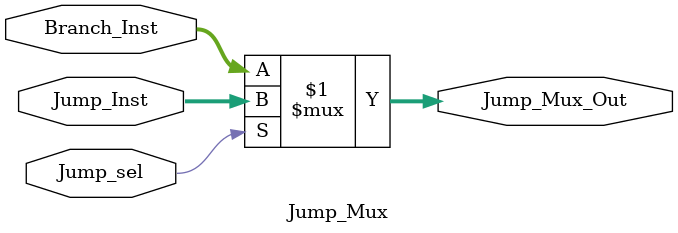
<source format=v>
    module Jump_Mux(
    input [15:0] Jump_Inst,
    input [15:0] Branch_Inst,
    input Jump_sel,
    output [15:0] Jump_Mux_Out 
    );
    
   
		assign Jump_Mux_Out  = (Jump_sel) ? Jump_Inst : Branch_Inst;
	
    
endmodule

</source>
